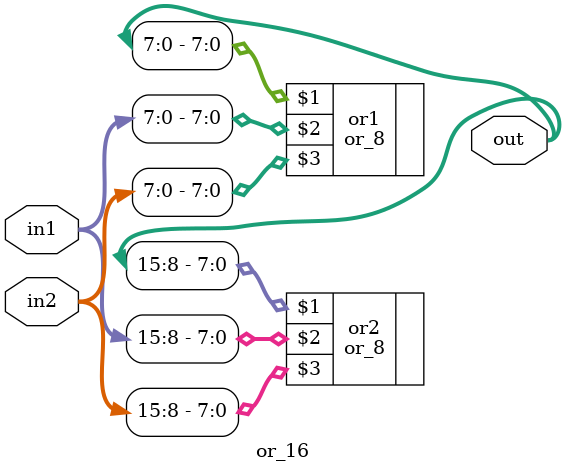
<source format=v>
module or_16(out,in1,in2);
	input[16:0] in1,in2;
	output[16:0] out;
	or_8 or1(out[7:0],in1[7:0],in2[7:0]);
	or_8 or2(out[15:8],in1[15:8],in2[15:8]);
endmodule
	
</source>
